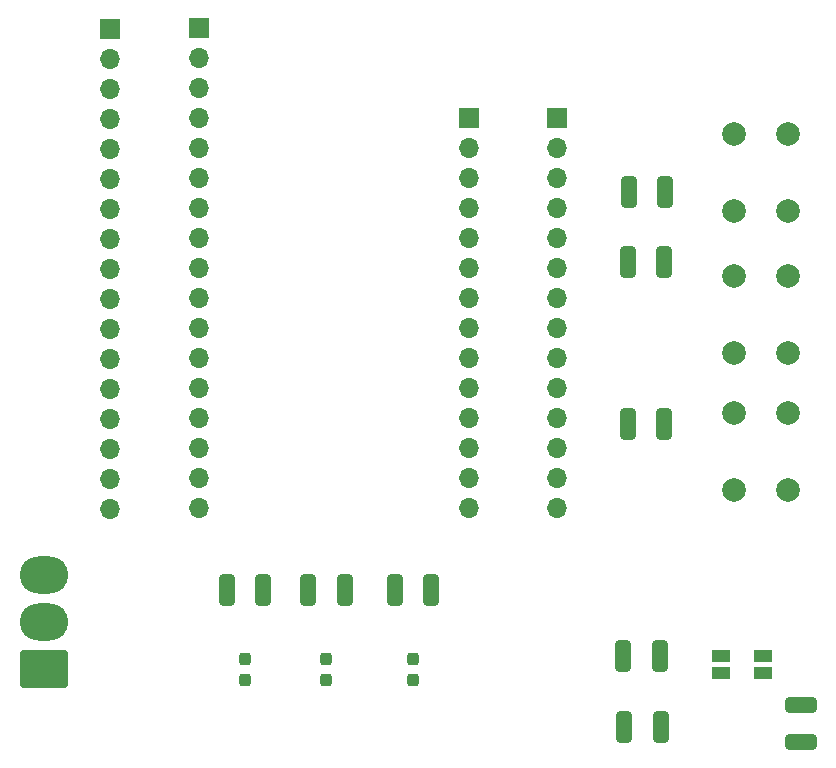
<source format=gbr>
%TF.GenerationSoftware,KiCad,Pcbnew,8.0.3*%
%TF.CreationDate,2024-07-08T01:17:26+08:00*%
%TF.ProjectId,First_pcb,46697273-745f-4706-9362-2e6b69636164,rev?*%
%TF.SameCoordinates,Original*%
%TF.FileFunction,Soldermask,Top*%
%TF.FilePolarity,Negative*%
%FSLAX46Y46*%
G04 Gerber Fmt 4.6, Leading zero omitted, Abs format (unit mm)*
G04 Created by KiCad (PCBNEW 8.0.3) date 2024-07-08 01:17:26*
%MOMM*%
%LPD*%
G01*
G04 APERTURE LIST*
G04 Aperture macros list*
%AMRoundRect*
0 Rectangle with rounded corners*
0 $1 Rounding radius*
0 $2 $3 $4 $5 $6 $7 $8 $9 X,Y pos of 4 corners*
0 Add a 4 corners polygon primitive as box body*
4,1,4,$2,$3,$4,$5,$6,$7,$8,$9,$2,$3,0*
0 Add four circle primitives for the rounded corners*
1,1,$1+$1,$2,$3*
1,1,$1+$1,$4,$5*
1,1,$1+$1,$6,$7*
1,1,$1+$1,$8,$9*
0 Add four rect primitives between the rounded corners*
20,1,$1+$1,$2,$3,$4,$5,0*
20,1,$1+$1,$4,$5,$6,$7,0*
20,1,$1+$1,$6,$7,$8,$9,0*
20,1,$1+$1,$8,$9,$2,$3,0*%
G04 Aperture macros list end*
%ADD10RoundRect,0.237500X0.237500X-0.287500X0.237500X0.287500X-0.237500X0.287500X-0.237500X-0.287500X0*%
%ADD11C,2.000000*%
%ADD12RoundRect,0.250000X0.400000X1.075000X-0.400000X1.075000X-0.400000X-1.075000X0.400000X-1.075000X0*%
%ADD13RoundRect,0.250000X-0.400000X-1.075000X0.400000X-1.075000X0.400000X1.075000X-0.400000X1.075000X0*%
%ADD14R,1.700000X1.700000*%
%ADD15O,1.700000X1.700000*%
%ADD16RoundRect,0.250000X1.800000X-1.330000X1.800000X1.330000X-1.800000X1.330000X-1.800000X-1.330000X0*%
%ADD17O,4.100000X3.160000*%
%ADD18RoundRect,0.250000X1.075000X-0.400000X1.075000X0.400000X-1.075000X0.400000X-1.075000X-0.400000X0*%
%ADD19R,1.500000X1.000000*%
G04 APERTURE END LIST*
D10*
%TO.C,D3*%
X112500000Y-99200000D03*
X112500000Y-97450000D03*
%TD*%
D11*
%TO.C,SW1*%
X153900000Y-59500000D03*
X153900000Y-53000000D03*
X158400000Y-59500000D03*
X158400000Y-53000000D03*
%TD*%
%TO.C,SW2*%
X153900000Y-71500000D03*
X153900000Y-65000000D03*
X158400000Y-71500000D03*
X158400000Y-65000000D03*
%TD*%
D12*
%TO.C,R7*%
X147650000Y-103200000D03*
X144550000Y-103200000D03*
%TD*%
D13*
%TO.C,R4*%
X125150000Y-91600000D03*
X128250000Y-91600000D03*
%TD*%
D14*
%TO.C,J2*%
X108550000Y-43990000D03*
D15*
X108550000Y-46530000D03*
X108550000Y-49070000D03*
X108550000Y-51610000D03*
X108550000Y-54150000D03*
X108550000Y-56690000D03*
X108550000Y-59230000D03*
X108550000Y-61770000D03*
X108550000Y-64310000D03*
X108550000Y-66850000D03*
X108550000Y-69390000D03*
X108550000Y-71930000D03*
X108550000Y-74470000D03*
X108550000Y-77010000D03*
X108550000Y-79550000D03*
X108550000Y-82090000D03*
X108550000Y-84630000D03*
%TD*%
D12*
%TO.C,R9*%
X147600000Y-97200000D03*
X144500000Y-97200000D03*
%TD*%
D10*
%TO.C,D1*%
X126700000Y-99200000D03*
X126700000Y-97450000D03*
%TD*%
D16*
%TO.C,J5*%
X95455000Y-98260000D03*
D17*
X95455000Y-94300000D03*
X95455000Y-90340000D03*
%TD*%
D13*
%TO.C,R6*%
X110900000Y-91600000D03*
X114000000Y-91600000D03*
%TD*%
D10*
%TO.C,D2*%
X119300000Y-99200000D03*
X119300000Y-97450000D03*
%TD*%
D18*
%TO.C,R8*%
X159500000Y-104450000D03*
X159500000Y-101350000D03*
%TD*%
D12*
%TO.C,R3*%
X147950000Y-77500000D03*
X144850000Y-77500000D03*
%TD*%
D11*
%TO.C,SW3*%
X153900000Y-83100000D03*
X153900000Y-76600000D03*
X158400000Y-83100000D03*
X158400000Y-76600000D03*
%TD*%
D14*
%TO.C,J3*%
X101050000Y-44040000D03*
D15*
X101050000Y-46580000D03*
X101050000Y-49120000D03*
X101050000Y-51660000D03*
X101050000Y-54200000D03*
X101050000Y-56740000D03*
X101050000Y-59280000D03*
X101050000Y-61820000D03*
X101050000Y-64360000D03*
X101050000Y-66900000D03*
X101050000Y-69440000D03*
X101050000Y-71980000D03*
X101050000Y-74520000D03*
X101050000Y-77060000D03*
X101050000Y-79600000D03*
X101050000Y-82140000D03*
X101050000Y-84680000D03*
%TD*%
D13*
%TO.C,R5*%
X117800000Y-91600000D03*
X120900000Y-91600000D03*
%TD*%
D12*
%TO.C,R1*%
X148050000Y-57900000D03*
X144950000Y-57900000D03*
%TD*%
D14*
%TO.C,J1*%
X131400000Y-51640000D03*
D15*
X131400000Y-54180000D03*
X131400000Y-56720000D03*
X131400000Y-59260000D03*
X131400000Y-61800000D03*
X131400000Y-64340000D03*
X131400000Y-66880000D03*
X131400000Y-69420000D03*
X131400000Y-71960000D03*
X131400000Y-74500000D03*
X131400000Y-77040000D03*
X131400000Y-79580000D03*
X131400000Y-82120000D03*
X131400000Y-84660000D03*
%TD*%
D14*
%TO.C,J4*%
X138900000Y-51640000D03*
D15*
X138900000Y-54180000D03*
X138900000Y-56720000D03*
X138900000Y-59260000D03*
X138900000Y-61800000D03*
X138900000Y-64340000D03*
X138900000Y-66880000D03*
X138900000Y-69420000D03*
X138900000Y-71960000D03*
X138900000Y-74500000D03*
X138900000Y-77040000D03*
X138900000Y-79580000D03*
X138900000Y-82120000D03*
X138900000Y-84660000D03*
%TD*%
D19*
%TO.C,D4*%
X152800000Y-97200000D03*
X152800000Y-98600000D03*
X156300000Y-98600000D03*
X156300000Y-97200000D03*
%TD*%
D12*
%TO.C,R2*%
X147950000Y-63800000D03*
X144850000Y-63800000D03*
%TD*%
M02*

</source>
